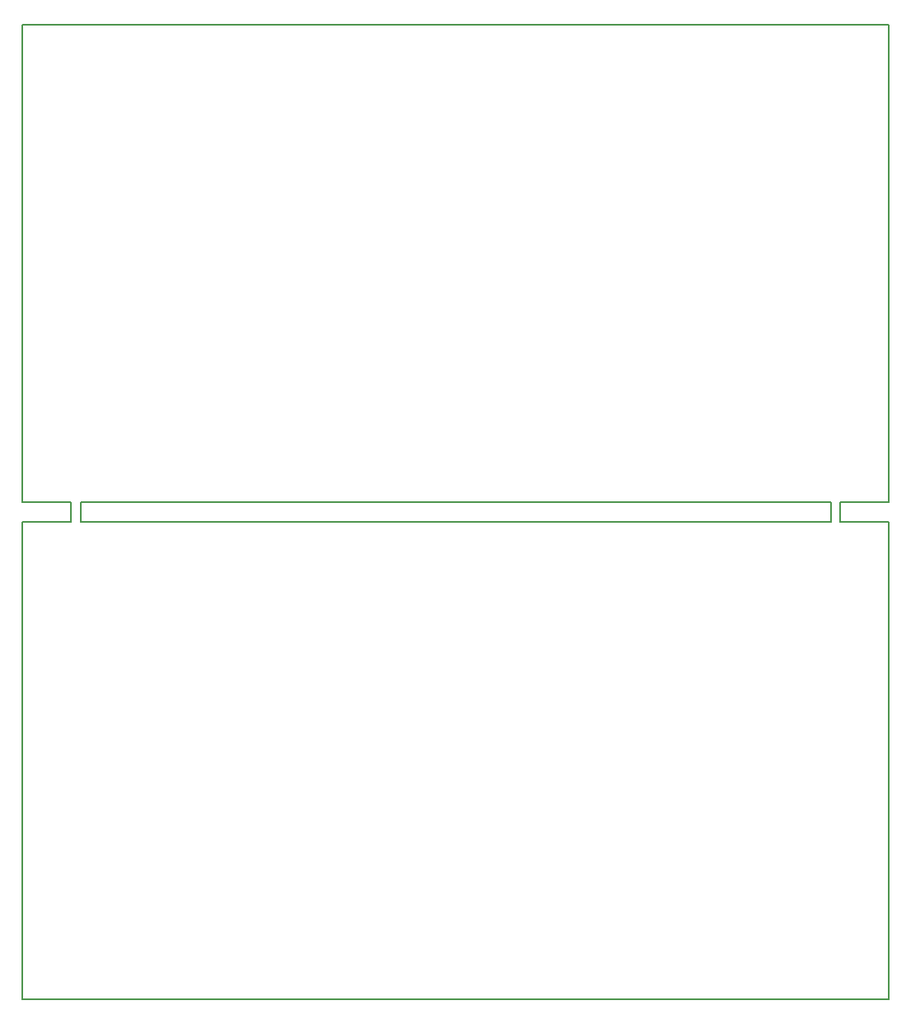
<source format=gm1>
G04 #@! TF.GenerationSoftware,KiCad,Pcbnew,(5.0.2)-1*
G04 #@! TF.CreationDate,2019-04-13T07:43:00-04:00*
G04 #@! TF.ProjectId,Console-Panel,436f6e73-6f6c-4652-9d50-616e656c2e6b,rev?*
G04 #@! TF.SameCoordinates,Original*
G04 #@! TF.FileFunction,Profile,NP*
%FSLAX46Y46*%
G04 Gerber Fmt 4.6, Leading zero omitted, Abs format (unit mm)*
G04 Created by KiCad (PCBNEW (5.0.2)-1) date 4/13/2019 7:43:00 AM*
%MOMM*%
%LPD*%
G01*
G04 APERTURE LIST*
%ADD10C,0.150000*%
G04 APERTURE END LIST*
D10*
X134000000Y-101000000D02*
X134000000Y-99000000D01*
X133000000Y-99000000D02*
X133000000Y-101000000D01*
X56000000Y-101000000D02*
X133000000Y-101000000D01*
X56000000Y-99000000D02*
X133000000Y-99000000D01*
X56000000Y-101000000D02*
X56000000Y-99000000D01*
X55000000Y-99000000D02*
X55000000Y-101000000D01*
X50000000Y-101000000D02*
X55000000Y-101000000D01*
X50000000Y-99000000D02*
X55000000Y-99000000D01*
X50000000Y-50000000D02*
X50000000Y-99000000D01*
X134000000Y-99000000D02*
X139000000Y-99000000D01*
X139000000Y-50000000D02*
X139000000Y-99000000D01*
X50000000Y-50000000D02*
X139000000Y-50000000D01*
X50000000Y-101000000D02*
X50000000Y-150000000D01*
X134000000Y-101000000D02*
X139000000Y-101000000D01*
X139000000Y-101000000D02*
X139000000Y-150000000D01*
X50000000Y-150000000D02*
X139000000Y-150000000D01*
M02*

</source>
